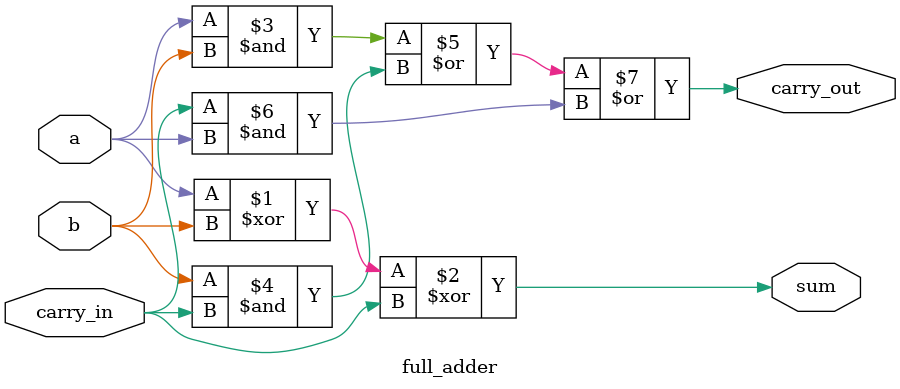
<source format=v>
/*
 * Copyright (c) 2024 Your Name
 * SPDX-License-Identifier: Apache-2.0
 */

`default_nettype none

module tt_um_secA_group5_array_multiplier (
    input  wire [7:0] ui_in,    // Dedicated inputs
    output wire [7:0] uo_out,   // Dedicated outputs
    input  wire [7:0] uio_in,   // IOs: Input path
    output wire [7:0] uio_out,  // IOs: Output path
    output wire [7:0] uio_oe,   // IOs: Enable path (active high: 0=input, 1=output)
    input  wire       ena,      // always 1 when the design is powered, so you can ignore it
    input  wire       clk,      // clock
    input  wire       rst_n     // reset_n - low to reset
);

  // All output pins must be assigned. If not used, assign to 0.

  wire [3:0] m = ui_in[7:4];
  wire [3:0] q = ui_in[3:0];
  wire [7:0] p;
  
  wire [16:0] int;
  assign p[0] = m[0] & q[0];
  full_adder fa00(m[1] & q[0], m[0] & q[1], 1'b0, p[1], int[0]);
  full_adder fa01(m[2] & q[0], m[1] & q[1], int[0], int[1], int[2]);
  full_adder fa02(m[3] & q[0], m[2] & q[1], int[2], int[3], int[4]);
  full_adder fa03(1'b0, m[3] & q[1], int[4], int[5], int[6]);
  full_adder fa10(m[0] & q[2], int[1], 1'b0, p[2], int[7]);
  full_adder fa11(m[1] & q[2], int[3], int[7], int[8], int[9]);
  full_adder fa12(m[2] & q[2], int[5], int[9], int[10], int[11]);
  full_adder fa13(m[3] & q[2], int[6], int[11], int[12], int[13]);
  full_adder fa20(m[0] & q[3], int[8], 1'b0, p[3], int[14]);
  full_adder fa21(m[1] & q[3], int[14], int[10], p[4], int[15]);
  full_adder fa22(m[2] & q[3], int[15], int[12], p[5], int[16]);
  full_adder fa23(m[3] & q[3], int[16], int[13], p[6], p[7]);

  assign uo_out = p;
  assign uio_out = 0;
  assign uio_oe  = 0;

  // List all unused inputs to prevent warnings
  wire _unused = &{ena, clk, rst_n, uio_in, 1'b0};

endmodule

module full_adder(
    input a,
    input b,
    input carry_in,
    output sum,
    output carry_out
    );
        
    assign sum = a ^ b ^ carry_in;
    assign carry_out = (a & b) | (b & carry_in) | (carry_in & a);
     
endmodule
</source>
